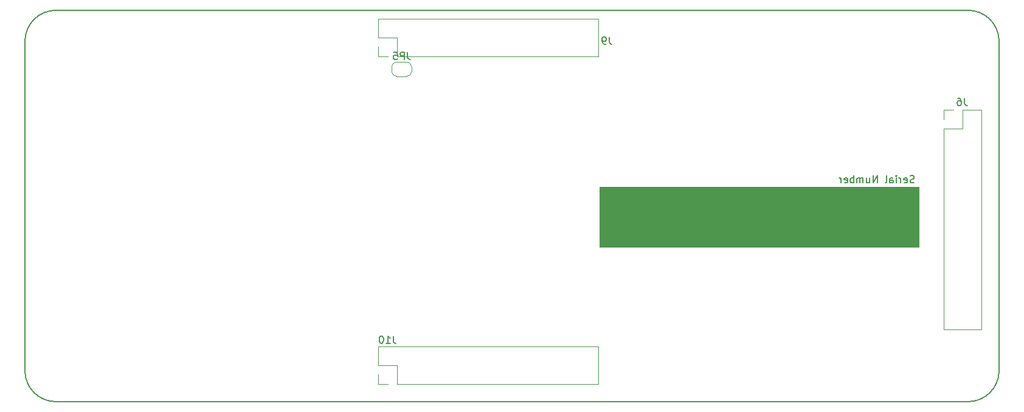
<source format=gbr>
%TF.GenerationSoftware,KiCad,Pcbnew,5.1.4-e60b266~84~ubuntu18.04.1*%
%TF.CreationDate,2019-08-25T19:58:04-03:00*%
%TF.ProjectId,dragonmanh7,64726167-6f6e-46d6-916e-68372e6b6963,rev?*%
%TF.SameCoordinates,Original*%
%TF.FileFunction,Legend,Bot*%
%TF.FilePolarity,Positive*%
%FSLAX46Y46*%
G04 Gerber Fmt 4.6, Leading zero omitted, Abs format (unit mm)*
G04 Created by KiCad (PCBNEW 5.1.4-e60b266~84~ubuntu18.04.1) date 2019-08-25 19:58:04*
%MOMM*%
%LPD*%
G04 APERTURE LIST*
%ADD10C,0.150000*%
%ADD11C,0.100000*%
%ADD12C,0.120000*%
G04 APERTURE END LIST*
D10*
X182482476Y-51966761D02*
X182339619Y-52014380D01*
X182101523Y-52014380D01*
X182006285Y-51966761D01*
X181958666Y-51919142D01*
X181911047Y-51823904D01*
X181911047Y-51728666D01*
X181958666Y-51633428D01*
X182006285Y-51585809D01*
X182101523Y-51538190D01*
X182292000Y-51490571D01*
X182387238Y-51442952D01*
X182434857Y-51395333D01*
X182482476Y-51300095D01*
X182482476Y-51204857D01*
X182434857Y-51109619D01*
X182387238Y-51062000D01*
X182292000Y-51014380D01*
X182053904Y-51014380D01*
X181911047Y-51062000D01*
X181101523Y-51966761D02*
X181196761Y-52014380D01*
X181387238Y-52014380D01*
X181482476Y-51966761D01*
X181530095Y-51871523D01*
X181530095Y-51490571D01*
X181482476Y-51395333D01*
X181387238Y-51347714D01*
X181196761Y-51347714D01*
X181101523Y-51395333D01*
X181053904Y-51490571D01*
X181053904Y-51585809D01*
X181530095Y-51681047D01*
X180625333Y-52014380D02*
X180625333Y-51347714D01*
X180625333Y-51538190D02*
X180577714Y-51442952D01*
X180530095Y-51395333D01*
X180434857Y-51347714D01*
X180339619Y-51347714D01*
X180006285Y-52014380D02*
X180006285Y-51347714D01*
X180006285Y-51014380D02*
X180053904Y-51062000D01*
X180006285Y-51109619D01*
X179958666Y-51062000D01*
X180006285Y-51014380D01*
X180006285Y-51109619D01*
X179101523Y-52014380D02*
X179101523Y-51490571D01*
X179149142Y-51395333D01*
X179244380Y-51347714D01*
X179434857Y-51347714D01*
X179530095Y-51395333D01*
X179101523Y-51966761D02*
X179196761Y-52014380D01*
X179434857Y-52014380D01*
X179530095Y-51966761D01*
X179577714Y-51871523D01*
X179577714Y-51776285D01*
X179530095Y-51681047D01*
X179434857Y-51633428D01*
X179196761Y-51633428D01*
X179101523Y-51585809D01*
X178482476Y-52014380D02*
X178577714Y-51966761D01*
X178625333Y-51871523D01*
X178625333Y-51014380D01*
X177339619Y-52014380D02*
X177339619Y-51014380D01*
X176768190Y-52014380D01*
X176768190Y-51014380D01*
X175863428Y-51347714D02*
X175863428Y-52014380D01*
X176292000Y-51347714D02*
X176292000Y-51871523D01*
X176244380Y-51966761D01*
X176149142Y-52014380D01*
X176006285Y-52014380D01*
X175911047Y-51966761D01*
X175863428Y-51919142D01*
X175387238Y-52014380D02*
X175387238Y-51347714D01*
X175387238Y-51442952D02*
X175339619Y-51395333D01*
X175244380Y-51347714D01*
X175101523Y-51347714D01*
X175006285Y-51395333D01*
X174958666Y-51490571D01*
X174958666Y-52014380D01*
X174958666Y-51490571D02*
X174911047Y-51395333D01*
X174815809Y-51347714D01*
X174672952Y-51347714D01*
X174577714Y-51395333D01*
X174530095Y-51490571D01*
X174530095Y-52014380D01*
X174053904Y-52014380D02*
X174053904Y-51014380D01*
X174053904Y-51395333D02*
X173958666Y-51347714D01*
X173768190Y-51347714D01*
X173672952Y-51395333D01*
X173625333Y-51442952D01*
X173577714Y-51538190D01*
X173577714Y-51823904D01*
X173625333Y-51919142D01*
X173672952Y-51966761D01*
X173768190Y-52014380D01*
X173958666Y-52014380D01*
X174053904Y-51966761D01*
X172768190Y-51966761D02*
X172863428Y-52014380D01*
X173053904Y-52014380D01*
X173149142Y-51966761D01*
X173196761Y-51871523D01*
X173196761Y-51490571D01*
X173149142Y-51395333D01*
X173053904Y-51347714D01*
X172863428Y-51347714D01*
X172768190Y-51395333D01*
X172720571Y-51490571D01*
X172720571Y-51585809D01*
X173196761Y-51681047D01*
X172292000Y-52014380D02*
X172292000Y-51347714D01*
X172292000Y-51538190D02*
X172244380Y-51442952D01*
X172196761Y-51395333D01*
X172101523Y-51347714D01*
X172006285Y-51347714D01*
D11*
G36*
X183134000Y-60960000D02*
G01*
X138684000Y-60960000D01*
X138684000Y-52578000D01*
X183134000Y-52565300D01*
X183134000Y-60960000D01*
G37*
X183134000Y-60960000D02*
X138684000Y-60960000D01*
X138684000Y-52578000D01*
X183134000Y-52565300D01*
X183134000Y-60960000D01*
D10*
X62992000Y-82550000D02*
G75*
G02X58674000Y-78232000I0J4318000D01*
G01*
X58674000Y-32258000D02*
G75*
G02X62992000Y-27940000I4318000J0D01*
G01*
X189992000Y-27940000D02*
G75*
G02X194310000Y-32258000I0J-4318000D01*
G01*
X194310000Y-78232000D02*
G75*
G02X189992000Y-82550000I-4318000J0D01*
G01*
X62992000Y-27940000D02*
X189992000Y-27940000D01*
X58674000Y-32258000D02*
X58674000Y-78232000D01*
X62992000Y-82550000D02*
X189992000Y-82550000D01*
X194310000Y-32258000D02*
X194310000Y-78232000D01*
D12*
X107890000Y-74870000D02*
X107890000Y-77470000D01*
X107890000Y-74870000D02*
X138490000Y-74870000D01*
X138490000Y-74870000D02*
X138490000Y-80070000D01*
X110490000Y-80070000D02*
X138490000Y-80070000D01*
X110490000Y-77470000D02*
X110490000Y-80070000D01*
X107890000Y-77470000D02*
X110490000Y-77470000D01*
X107890000Y-80070000D02*
X109220000Y-80070000D01*
X107890000Y-78740000D02*
X107890000Y-80070000D01*
X111835400Y-35144200D02*
X110435400Y-35144200D01*
X109735400Y-35844200D02*
X109735400Y-36444200D01*
X110435400Y-37144200D02*
X111835400Y-37144200D01*
X112535400Y-36444200D02*
X112535400Y-35844200D01*
X112535400Y-35844200D02*
G75*
G03X111835400Y-35144200I-700000J0D01*
G01*
X111835400Y-37144200D02*
G75*
G03X112535400Y-36444200I0J700000D01*
G01*
X109735400Y-36444200D02*
G75*
G03X110435400Y-37144200I700000J0D01*
G01*
X110435400Y-35144200D02*
G75*
G03X109735400Y-35844200I0J-700000D01*
G01*
X107890000Y-29150000D02*
X107890000Y-31750000D01*
X107890000Y-29150000D02*
X138490000Y-29150000D01*
X138490000Y-29150000D02*
X138490000Y-34350000D01*
X110490000Y-34350000D02*
X138490000Y-34350000D01*
X110490000Y-31750000D02*
X110490000Y-34350000D01*
X107890000Y-31750000D02*
X110490000Y-31750000D01*
X107890000Y-34350000D02*
X109220000Y-34350000D01*
X107890000Y-33020000D02*
X107890000Y-34350000D01*
X187960000Y-41850000D02*
X186630000Y-41850000D01*
X186630000Y-41850000D02*
X186630000Y-43180000D01*
X189230000Y-41850000D02*
X189230000Y-44450000D01*
X189230000Y-44450000D02*
X186630000Y-44450000D01*
X186630000Y-44450000D02*
X186630000Y-72450000D01*
X191830000Y-72450000D02*
X186630000Y-72450000D01*
X191830000Y-41850000D02*
X191830000Y-72450000D01*
X191830000Y-41850000D02*
X189230000Y-41850000D01*
D10*
X109971103Y-73391780D02*
X109971103Y-74106066D01*
X110018722Y-74248923D01*
X110113960Y-74344161D01*
X110256818Y-74391780D01*
X110352056Y-74391780D01*
X108971103Y-74391780D02*
X109542532Y-74391780D01*
X109256818Y-74391780D02*
X109256818Y-73391780D01*
X109352056Y-73534638D01*
X109447294Y-73629876D01*
X109542532Y-73677495D01*
X108352056Y-73391780D02*
X108256818Y-73391780D01*
X108161580Y-73439400D01*
X108113960Y-73487019D01*
X108066341Y-73582257D01*
X108018722Y-73772733D01*
X108018722Y-74010828D01*
X108066341Y-74201304D01*
X108113960Y-74296542D01*
X108161580Y-74344161D01*
X108256818Y-74391780D01*
X108352056Y-74391780D01*
X108447294Y-74344161D01*
X108494913Y-74296542D01*
X108542532Y-74201304D01*
X108590151Y-74010828D01*
X108590151Y-73772733D01*
X108542532Y-73582257D01*
X108494913Y-73487019D01*
X108447294Y-73439400D01*
X108352056Y-73391780D01*
X111968733Y-33796580D02*
X111968733Y-34510866D01*
X112016352Y-34653723D01*
X112111590Y-34748961D01*
X112254447Y-34796580D01*
X112349685Y-34796580D01*
X111492542Y-34796580D02*
X111492542Y-33796580D01*
X111111590Y-33796580D01*
X111016352Y-33844200D01*
X110968733Y-33891819D01*
X110921114Y-33987057D01*
X110921114Y-34129914D01*
X110968733Y-34225152D01*
X111016352Y-34272771D01*
X111111590Y-34320390D01*
X111492542Y-34320390D01*
X110016352Y-33796580D02*
X110492542Y-33796580D01*
X110540161Y-34272771D01*
X110492542Y-34225152D01*
X110397304Y-34177533D01*
X110159209Y-34177533D01*
X110063971Y-34225152D01*
X110016352Y-34272771D01*
X109968733Y-34368009D01*
X109968733Y-34606104D01*
X110016352Y-34701342D01*
X110063971Y-34748961D01*
X110159209Y-34796580D01*
X110397304Y-34796580D01*
X110492542Y-34748961D01*
X110540161Y-34701342D01*
X140038413Y-31657040D02*
X140038413Y-32371326D01*
X140086032Y-32514183D01*
X140181270Y-32609421D01*
X140324127Y-32657040D01*
X140419365Y-32657040D01*
X139514603Y-32657040D02*
X139324127Y-32657040D01*
X139228889Y-32609421D01*
X139181270Y-32561802D01*
X139086032Y-32418945D01*
X139038413Y-32228469D01*
X139038413Y-31847517D01*
X139086032Y-31752279D01*
X139133651Y-31704660D01*
X139228889Y-31657040D01*
X139419365Y-31657040D01*
X139514603Y-31704660D01*
X139562222Y-31752279D01*
X139609841Y-31847517D01*
X139609841Y-32085612D01*
X139562222Y-32180850D01*
X139514603Y-32228469D01*
X139419365Y-32276088D01*
X139228889Y-32276088D01*
X139133651Y-32228469D01*
X139086032Y-32180850D01*
X139038413Y-32085612D01*
X189487133Y-40209220D02*
X189487133Y-40923506D01*
X189534752Y-41066363D01*
X189629990Y-41161601D01*
X189772847Y-41209220D01*
X189868085Y-41209220D01*
X188582371Y-40209220D02*
X188772847Y-40209220D01*
X188868085Y-40256840D01*
X188915704Y-40304459D01*
X189010942Y-40447316D01*
X189058561Y-40637792D01*
X189058561Y-41018744D01*
X189010942Y-41113982D01*
X188963323Y-41161601D01*
X188868085Y-41209220D01*
X188677609Y-41209220D01*
X188582371Y-41161601D01*
X188534752Y-41113982D01*
X188487133Y-41018744D01*
X188487133Y-40780649D01*
X188534752Y-40685411D01*
X188582371Y-40637792D01*
X188677609Y-40590173D01*
X188868085Y-40590173D01*
X188963323Y-40637792D01*
X189010942Y-40685411D01*
X189058561Y-40780649D01*
M02*

</source>
